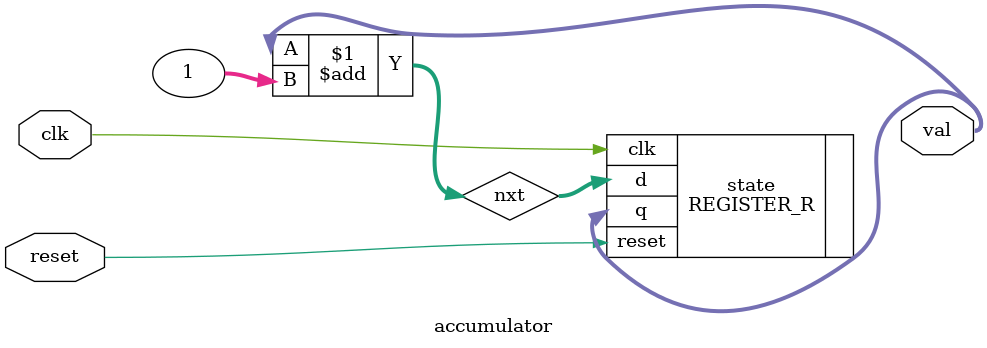
<source format=sv>
module accumulator #(parameter N = 32) (
    input reset, clk,
    output [N-1:0] val
);
    wire [N-1:0] nxt;

    REGISTER_R #(.N(N)) state (.clk(clk), .d(nxt), .q(val), .reset(reset));
    assign nxt = val + 1;

endmodule

</source>
